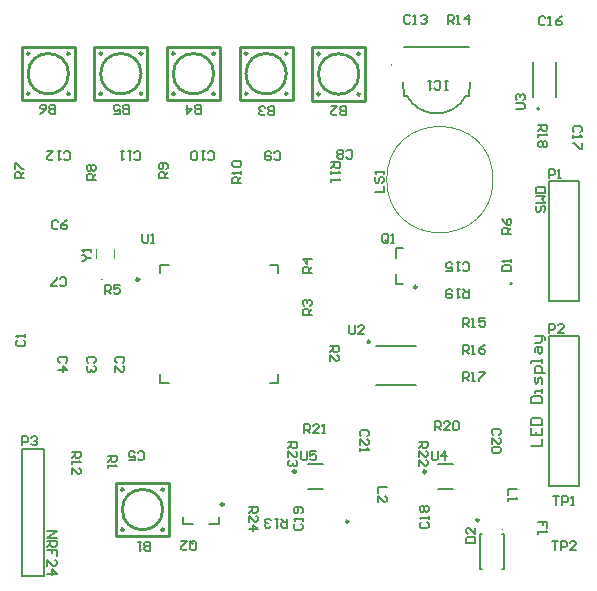
<source format=gto>
G04*
G04 #@! TF.GenerationSoftware,Altium Limited,Altium Designer,22.8.2 (66)*
G04*
G04 Layer_Color=65535*
%FSLAX25Y25*%
%MOIN*%
G70*
G04*
G04 #@! TF.SameCoordinates,353F7BBD-D662-4BEA-BAB2-8ECF1C4A7E15*
G04*
G04*
G04 #@! TF.FilePolarity,Positive*
G04*
G01*
G75*
%ADD10C,0.01000*%
%ADD11C,0.00394*%
%ADD12C,0.00600*%
%ADD13C,0.00787*%
%ADD14C,0.00984*%
%ADD15C,0.00709*%
%ADD16C,0.00500*%
D10*
X440339Y305374D02*
G03*
X440339Y305374I-394J0D01*
G01*
X358201Y242807D02*
G03*
X358201Y242807I-394J0D01*
G01*
X371587D02*
G03*
X371587Y242807I-394J0D01*
G01*
Y256193D02*
G03*
X371587Y256193I-394J0D01*
G01*
X358201D02*
G03*
X358201Y256193I-394J0D01*
G01*
X371239Y249500D02*
G03*
X371239Y249500I-6739J0D01*
G01*
X436645Y394705D02*
G03*
X436645Y394705I-6739J0D01*
G01*
X436992Y388012D02*
G03*
X436992Y388012I-394J0D01*
G01*
X423606D02*
G03*
X423606Y388012I-394J0D01*
G01*
Y401398D02*
G03*
X423606Y401398I-394J0D01*
G01*
X436992D02*
G03*
X436992Y401398I-394J0D01*
G01*
X412789Y401488D02*
G03*
X412789Y401488I-394J0D01*
G01*
X399404D02*
G03*
X399404Y401488I-394J0D01*
G01*
Y388102D02*
G03*
X399404Y388102I-394J0D01*
G01*
X412789D02*
G03*
X412789Y388102I-394J0D01*
G01*
X412442Y394795D02*
G03*
X412442Y394795I-6739J0D01*
G01*
X388239D02*
G03*
X388239Y394795I-6739J0D01*
G01*
X388587Y388102D02*
G03*
X388587Y388102I-394J0D01*
G01*
X375201D02*
G03*
X375201Y388102I-394J0D01*
G01*
Y401488D02*
G03*
X375201Y401488I-394J0D01*
G01*
X388587D02*
G03*
X388587Y401488I-394J0D01*
G01*
X364384D02*
G03*
X364384Y401488I-394J0D01*
G01*
X350998D02*
G03*
X350998Y401488I-394J0D01*
G01*
Y388102D02*
G03*
X350998Y388102I-394J0D01*
G01*
X364384D02*
G03*
X364384Y388102I-394J0D01*
G01*
X364036Y394795D02*
G03*
X364036Y394795I-6739J0D01*
G01*
X339834D02*
G03*
X339834Y394795I-6739J0D01*
G01*
X340181Y388102D02*
G03*
X340181Y388102I-394J0D01*
G01*
X326795D02*
G03*
X326795Y388102I-394J0D01*
G01*
Y401488D02*
G03*
X326795Y401488I-394J0D01*
G01*
X340181D02*
G03*
X340181Y401488I-394J0D01*
G01*
X487400Y324847D02*
G03*
X487400Y324847I-200J0D01*
G01*
X476563Y246008D02*
G03*
X476563Y246008I-394J0D01*
G01*
X433150Y245508D02*
G03*
X433150Y245508I-394J0D01*
G01*
X355642Y258358D02*
X373358D01*
X355642Y240642D02*
X373358D01*
Y258358D01*
X355642Y240642D02*
Y258358D01*
X421047Y385846D02*
X438764D01*
X421047Y403563D02*
X438764D01*
X421047Y385846D02*
Y403563D01*
X438764Y385846D02*
Y403563D01*
X396845Y385937D02*
X414561D01*
X396845Y403653D02*
X414561D01*
X396845Y385937D02*
Y403653D01*
X414561Y385937D02*
Y403653D01*
X372642Y385937D02*
X390358D01*
X372642Y403653D02*
X390358D01*
X372642Y385937D02*
Y403653D01*
X390358Y385937D02*
Y403653D01*
X348439Y385937D02*
X366156D01*
X348439Y403653D02*
X366156D01*
X348439Y385937D02*
Y403653D01*
X366156Y385937D02*
Y403653D01*
X324236Y385937D02*
X341953D01*
X324236Y403653D02*
X341953D01*
X324236Y385937D02*
Y403653D01*
X341953Y385937D02*
Y403653D01*
D11*
X484543Y242783D02*
G03*
X484543Y242783I-197J0D01*
G01*
X350819Y326260D02*
G03*
X351213Y326260I197J0D01*
G01*
D02*
G03*
X350819Y326260I-197J0D01*
G01*
X445909Y359500D02*
G03*
X481343Y359500I17717J0D01*
G01*
D02*
G03*
X445909Y359500I-17717J0D01*
G01*
X354953Y333347D02*
Y336496D01*
X349047Y333347D02*
Y336496D01*
D12*
X496900Y383144D02*
G03*
X496900Y383144I-400J0D01*
G01*
X442400Y290900D02*
X455600D01*
X442400Y304100D02*
X455600D01*
X494619Y387187D02*
Y398787D01*
X502319Y387187D02*
Y398787D01*
D13*
X452651Y387473D02*
G03*
X472340Y387456I9849J5237D01*
G01*
X447492Y397650D02*
G03*
X447492Y397650I-114J0D01*
G01*
X477063Y229791D02*
X477654D01*
X477063Y241209D02*
X477654D01*
X484346Y229791D02*
X484937D01*
X484346Y241209D02*
X484937D01*
X477063Y229791D02*
Y241209D01*
X484937Y229791D02*
Y241209D01*
X451673Y403602D02*
X473327D01*
X451673Y387461D02*
X452658D01*
X472342D02*
X473327D01*
X451181Y391988D02*
X451673Y387461D01*
X473327D02*
X473819Y391988D01*
X500000Y359000D02*
X510000D01*
Y319000D02*
Y359000D01*
X500000Y319000D02*
Y359000D01*
Y319000D02*
X510000D01*
X370453Y328284D02*
Y331138D01*
Y291768D02*
Y294622D01*
X406968Y291768D02*
X409823D01*
X370453D02*
X373307D01*
X409823Y328284D02*
Y331138D01*
Y291768D02*
Y294622D01*
X406968Y331138D02*
X409823D01*
X370453D02*
X373307D01*
X324457Y227457D02*
Y269543D01*
Y227457D02*
X331543D01*
Y269543D01*
X324457D02*
X331543D01*
X500000Y307500D02*
X510000D01*
Y257500D02*
Y307500D01*
X500000Y257500D02*
Y307500D01*
Y257500D02*
X510000D01*
X389906Y244744D02*
Y247106D01*
X386756Y244744D02*
X389906D01*
X378095D02*
Y247106D01*
Y244744D02*
X381244D01*
X419527Y256366D02*
X424646D01*
X419527Y264634D02*
X424646D01*
X462941D02*
X468059D01*
X462941Y256366D02*
X468059D01*
X449004Y333516D02*
Y336665D01*
X451366D01*
X449004Y324854D02*
Y328004D01*
Y324854D02*
X451366D01*
D14*
X363366Y326217D02*
G03*
X363366Y326217I-492J0D01*
G01*
X391579Y251240D02*
G03*
X391579Y251240I-492J0D01*
G01*
X415590Y262173D02*
G03*
X415590Y262173I-492J0D01*
G01*
X459004D02*
G03*
X459004Y262173I-492J0D01*
G01*
X455992Y323673D02*
G03*
X455992Y323673I-492J0D01*
G01*
D15*
X332709Y242291D02*
X335857D01*
X332709Y240192D01*
X335857D01*
X332709Y239143D02*
X335857D01*
Y237568D01*
X335332Y237044D01*
X334283D01*
X333758Y237568D01*
Y239143D01*
Y238093D02*
X332709Y237044D01*
X335857Y233895D02*
Y235994D01*
X334283D01*
Y234945D01*
Y235994D01*
X332709D01*
Y230747D02*
Y232846D01*
X334808Y230747D01*
X335332D01*
X335857Y231271D01*
Y232321D01*
X335332Y232846D01*
X332709Y228123D02*
X335857D01*
X334283Y229697D01*
Y227598D01*
X494068Y270709D02*
X497611D01*
Y273070D01*
X494068Y276612D02*
Y274251D01*
X497611D01*
Y276612D01*
X495840Y274251D02*
Y275431D01*
X494068Y277793D02*
X497611D01*
Y279564D01*
X497020Y280154D01*
X494659D01*
X494068Y279564D01*
Y277793D01*
Y284877D02*
X497611D01*
Y286648D01*
X497020Y287239D01*
X494659D01*
X494068Y286648D01*
Y284877D01*
X497611Y288420D02*
Y289600D01*
Y289010D01*
X495249D01*
Y288420D01*
X497611Y291371D02*
Y293142D01*
X497020Y293733D01*
X496430Y293142D01*
Y291962D01*
X495840Y291371D01*
X495249Y291962D01*
Y293733D01*
X498791Y294913D02*
X495249D01*
Y296685D01*
X495840Y297275D01*
X497020D01*
X497611Y296685D01*
Y294913D01*
Y298456D02*
Y299636D01*
Y299046D01*
X494068D01*
Y298456D01*
X495249Y301998D02*
Y303179D01*
X495840Y303769D01*
X497611D01*
Y301998D01*
X497020Y301407D01*
X496430Y301998D01*
Y303769D01*
X495249Y304949D02*
X497020D01*
X497611Y305540D01*
Y307311D01*
X498201D01*
X498791Y306721D01*
Y306130D01*
X497611Y307311D02*
X495249D01*
X496168Y350808D02*
X495643Y350283D01*
Y349233D01*
X496168Y348709D01*
X496692D01*
X497217Y349233D01*
Y350283D01*
X497742Y350808D01*
X498267D01*
X498791Y350283D01*
Y349233D01*
X498267Y348709D01*
X495643Y351857D02*
X498791D01*
X497742Y352907D01*
X498791Y353956D01*
X495643D01*
Y355006D02*
X498791D01*
Y356580D01*
X498267Y357105D01*
X496168D01*
X495643Y356580D01*
Y355006D01*
D16*
X380500Y238500D02*
Y236500D01*
X381000Y236000D01*
X381999D01*
X382499Y236500D01*
Y238500D01*
X381999Y239000D01*
X381000D01*
X381500Y238000D02*
X380500Y239000D01*
X381000D02*
X380500Y238500D01*
X377501Y239000D02*
X379500D01*
X377501Y237000D01*
Y236500D01*
X378001Y236000D01*
X379000D01*
X379500Y236500D01*
X344500Y332501D02*
X345000D01*
X346000Y333500D01*
X345000Y334500D01*
X344500D01*
X346000Y333500D02*
X347499D01*
Y335500D02*
Y336499D01*
Y335999D01*
X344500D01*
X345000Y335500D01*
X417501Y269000D02*
Y266500D01*
X418001Y266001D01*
X419000D01*
X419500Y266500D01*
Y269000D01*
X422499D02*
X420500D01*
Y267500D01*
X421499Y268000D01*
X421999D01*
X422499Y267500D01*
Y266500D01*
X421999Y266001D01*
X421000D01*
X420500Y266500D01*
X461001Y269000D02*
Y266500D01*
X461501Y266001D01*
X462500D01*
X463000Y266500D01*
Y269000D01*
X465499Y266001D02*
Y269000D01*
X464000Y267500D01*
X465999D01*
X489001Y383001D02*
X491500D01*
X491999Y383501D01*
Y384500D01*
X491500Y385000D01*
X489001D01*
X489500Y386000D02*
X489001Y386500D01*
Y387499D01*
X489500Y387999D01*
X490000D01*
X490500Y387499D01*
Y387000D01*
Y387499D01*
X491000Y387999D01*
X491500D01*
X491999Y387499D01*
Y386500D01*
X491500Y386000D01*
X433501Y310999D02*
Y308500D01*
X434001Y308000D01*
X435000D01*
X435500Y308500D01*
Y310999D01*
X438499Y308000D02*
X436500D01*
X438499Y310000D01*
Y310500D01*
X437999Y310999D01*
X437000D01*
X436500Y310500D01*
X364501Y341499D02*
Y339000D01*
X365001Y338500D01*
X366000D01*
X366500Y339000D01*
Y341499D01*
X367500Y338500D02*
X368499D01*
X368000D01*
Y341499D01*
X367500Y341000D01*
X501001Y239000D02*
X503001D01*
X502001D01*
Y236000D01*
X504000D02*
Y239000D01*
X505500D01*
X506000Y238500D01*
Y237500D01*
X505500Y237000D01*
X504000D01*
X508999Y236000D02*
X506999D01*
X508999Y238000D01*
Y238500D01*
X508499Y239000D01*
X507499D01*
X506999Y238500D01*
X501501Y253999D02*
X503501D01*
X502501D01*
Y251000D01*
X504500D02*
Y253999D01*
X506000D01*
X506499Y253500D01*
Y252500D01*
X506000Y252000D01*
X504500D01*
X507499Y251000D02*
X508499D01*
X507999D01*
Y253999D01*
X507499Y253500D01*
X400000Y250499D02*
X402999D01*
Y248999D01*
X402500Y248499D01*
X401500D01*
X401000Y248999D01*
Y250499D01*
Y249499D02*
X400000Y248499D01*
Y245500D02*
Y247500D01*
X402000Y245500D01*
X402500D01*
X402999Y246000D01*
Y247000D01*
X402500Y247500D01*
X400000Y243001D02*
X402999D01*
X401500Y244501D01*
Y242501D01*
X413087Y271952D02*
X416086D01*
Y270452D01*
X415586Y269952D01*
X414587D01*
X414087Y270452D01*
Y271952D01*
Y270952D02*
X413087Y269952D01*
Y266953D02*
Y268952D01*
X415086Y266953D01*
X415586D01*
X416086Y267453D01*
Y268453D01*
X415586Y268952D01*
Y265953D02*
X416086Y265454D01*
Y264454D01*
X415586Y263954D01*
X415086D01*
X414587Y264454D01*
Y264954D01*
Y264454D01*
X414087Y263954D01*
X413587D01*
X413087Y264454D01*
Y265454D01*
X413587Y265953D01*
X456644Y272073D02*
X459643D01*
Y270574D01*
X459143Y270074D01*
X458144D01*
X457644Y270574D01*
Y272073D01*
Y271074D02*
X456644Y270074D01*
Y267075D02*
Y269074D01*
X458643Y267075D01*
X459143D01*
X459643Y267575D01*
Y268574D01*
X459143Y269074D01*
X456644Y264076D02*
Y266075D01*
X458643Y264076D01*
X459143D01*
X459643Y264576D01*
Y265575D01*
X459143Y266075D01*
X418501Y275001D02*
Y277999D01*
X420001D01*
X420501Y277500D01*
Y276500D01*
X420001Y276000D01*
X418501D01*
X419501D02*
X420501Y275001D01*
X423499D02*
X421500D01*
X423499Y277000D01*
Y277500D01*
X423000Y277999D01*
X422000D01*
X421500Y277500D01*
X424499Y275001D02*
X425499D01*
X424999D01*
Y277999D01*
X424499Y277500D01*
X462001Y276000D02*
Y278999D01*
X463501D01*
X464001Y278500D01*
Y277500D01*
X463501Y277000D01*
X462001D01*
X463001D02*
X464001Y276000D01*
X467000D02*
X465000D01*
X467000Y278000D01*
Y278500D01*
X466500Y278999D01*
X465500D01*
X465000Y278500D01*
X467999D02*
X468499Y278999D01*
X469499D01*
X469999Y278500D01*
Y276500D01*
X469499Y276000D01*
X468499D01*
X467999Y276500D01*
Y278500D01*
X473249Y323000D02*
Y320001D01*
X471749D01*
X471249Y320500D01*
Y321500D01*
X471749Y322000D01*
X473249D01*
X472249D02*
X471249Y323000D01*
X470250D02*
X469250D01*
X469750D01*
Y320001D01*
X470250Y320500D01*
X467751Y322500D02*
X467251Y323000D01*
X466251D01*
X465751Y322500D01*
Y320500D01*
X466251Y320001D01*
X467251D01*
X467751Y320500D01*
Y321000D01*
X467251Y321500D01*
X465751D01*
X496500Y377749D02*
X499500D01*
Y376249D01*
X499000Y375749D01*
X498000D01*
X497500Y376249D01*
Y377749D01*
Y376749D02*
X496500Y375749D01*
Y374750D02*
Y373750D01*
Y374250D01*
X499500D01*
X499000Y374750D01*
Y372251D02*
X499500Y371751D01*
Y370751D01*
X499000Y370251D01*
X498500D01*
X498000Y370751D01*
X497500Y370251D01*
X497000D01*
X496500Y370751D01*
Y371751D01*
X497000Y372251D01*
X497500D01*
X498000Y371751D01*
X498500Y372251D01*
X499000D01*
X498000Y371751D02*
Y370751D01*
X471251Y292500D02*
Y295499D01*
X472751D01*
X473251Y295000D01*
Y294000D01*
X472751Y293500D01*
X471251D01*
X472251D02*
X473251Y292500D01*
X474250D02*
X475250D01*
X474750D01*
Y295499D01*
X474250Y295000D01*
X476749Y295499D02*
X478749D01*
Y295000D01*
X476749Y293000D01*
Y292500D01*
X471251Y301501D02*
Y304500D01*
X472751D01*
X473251Y304000D01*
Y303000D01*
X472751Y302500D01*
X471251D01*
X472251D02*
X473251Y301501D01*
X474250D02*
X475250D01*
X474750D01*
Y304500D01*
X474250Y304000D01*
X478749Y304500D02*
X477749Y304000D01*
X476749Y303000D01*
Y302000D01*
X477249Y301501D01*
X478249D01*
X478749Y302000D01*
Y302500D01*
X478249Y303000D01*
X476749D01*
X471251Y310501D02*
Y313499D01*
X472751D01*
X473251Y313000D01*
Y312000D01*
X472751Y311500D01*
X471251D01*
X472251D02*
X473251Y310501D01*
X474250D02*
X475250D01*
X474750D01*
Y313499D01*
X474250Y313000D01*
X478749Y313499D02*
X476749D01*
Y312000D01*
X477749Y312500D01*
X478249D01*
X478749Y312000D01*
Y311000D01*
X478249Y310501D01*
X477249D01*
X476749Y311000D01*
X466251Y411501D02*
Y414500D01*
X467751D01*
X468251Y414000D01*
Y413000D01*
X467751Y412500D01*
X466251D01*
X467251D02*
X468251Y411501D01*
X469250D02*
X470250D01*
X469750D01*
Y414500D01*
X469250Y414000D01*
X473249Y411501D02*
Y414500D01*
X471749Y413000D01*
X473749D01*
X412749Y246499D02*
Y243500D01*
X411249D01*
X410749Y244000D01*
Y245000D01*
X411249Y245500D01*
X412749D01*
X411749D02*
X410749Y246499D01*
X409750D02*
X408750D01*
X409250D01*
Y243500D01*
X409750Y244000D01*
X407251D02*
X406751Y243500D01*
X405751D01*
X405251Y244000D01*
Y244500D01*
X405751Y245000D01*
X406251D01*
X405751D01*
X405251Y245500D01*
Y246000D01*
X405751Y246499D01*
X406751D01*
X407251Y246000D01*
X341001Y268749D02*
X344000D01*
Y267249D01*
X343500Y266749D01*
X342500D01*
X342000Y267249D01*
Y268749D01*
Y267749D02*
X341001Y266749D01*
Y265750D02*
Y264750D01*
Y265250D01*
X344000D01*
X343500Y265750D01*
X341001Y261251D02*
Y263251D01*
X343000Y261251D01*
X343500D01*
X344000Y261751D01*
Y262751D01*
X343500Y263251D01*
X427500Y365249D02*
X430500D01*
Y363749D01*
X430000Y363250D01*
X429000D01*
X428500Y363749D01*
Y365249D01*
Y364249D02*
X427500Y363250D01*
Y362250D02*
Y361250D01*
Y361750D01*
X430500D01*
X430000Y362250D01*
X427500Y359751D02*
Y358751D01*
Y359251D01*
X430500D01*
X430000Y359751D01*
X397499Y358251D02*
X394500D01*
Y359751D01*
X395000Y360251D01*
X396000D01*
X396500Y359751D01*
Y358251D01*
Y359251D02*
X397499Y360251D01*
Y361250D02*
Y362250D01*
Y361750D01*
X394500D01*
X395000Y361250D01*
Y363749D02*
X394500Y364249D01*
Y365249D01*
X395000Y365749D01*
X397000D01*
X397499Y365249D01*
Y364249D01*
X397000Y363749D01*
X395000D01*
X373000Y360001D02*
X370001D01*
Y361500D01*
X370500Y362000D01*
X371500D01*
X372000Y361500D01*
Y360001D01*
Y361000D02*
X373000Y362000D01*
X372500Y363000D02*
X373000Y363500D01*
Y364499D01*
X372500Y364999D01*
X370500D01*
X370001Y364499D01*
Y363500D01*
X370500Y363000D01*
X371000D01*
X371500Y363500D01*
Y364999D01*
X349000Y359501D02*
X346001D01*
Y361000D01*
X346500Y361500D01*
X347500D01*
X348000Y361000D01*
Y359501D01*
Y360501D02*
X349000Y361500D01*
X346500Y362500D02*
X346001Y363000D01*
Y363999D01*
X346500Y364499D01*
X347000D01*
X347500Y363999D01*
X348000Y364499D01*
X348500D01*
X349000Y363999D01*
Y363000D01*
X348500Y362500D01*
X348000D01*
X347500Y363000D01*
X347000Y362500D01*
X346500D01*
X347500Y363000D02*
Y363999D01*
X324999Y360001D02*
X322001D01*
Y361500D01*
X322500Y362000D01*
X323500D01*
X324000Y361500D01*
Y360001D01*
Y361000D02*
X324999Y362000D01*
X322001Y363000D02*
Y364999D01*
X322500D01*
X324500Y363000D01*
X324999D01*
X487500Y341501D02*
X484501D01*
Y343000D01*
X485000Y343500D01*
X486000D01*
X486500Y343000D01*
Y341501D01*
Y342500D02*
X487500Y343500D01*
X484501Y346499D02*
X485000Y345499D01*
X486000Y344500D01*
X487000D01*
X487500Y345000D01*
Y345999D01*
X487000Y346499D01*
X486500D01*
X486000Y345999D01*
Y344500D01*
X352001Y321500D02*
Y324500D01*
X353500D01*
X354000Y324000D01*
Y323000D01*
X353500Y322500D01*
X352001D01*
X353000D02*
X354000Y321500D01*
X356999Y324500D02*
X355000D01*
Y323000D01*
X355999Y323500D01*
X356499D01*
X356999Y323000D01*
Y322000D01*
X356499Y321500D01*
X355500D01*
X355000Y322000D01*
X420999Y328501D02*
X418001D01*
Y330000D01*
X418500Y330500D01*
X419500D01*
X420000Y330000D01*
Y328501D01*
Y329501D02*
X420999Y330500D01*
Y332999D02*
X418001D01*
X419500Y331500D01*
Y333499D01*
X420999Y314501D02*
X418001D01*
Y316000D01*
X418500Y316500D01*
X419500D01*
X420000Y316000D01*
Y314501D01*
Y315500D02*
X420999Y316500D01*
X418500Y317500D02*
X418001Y318000D01*
Y318999D01*
X418500Y319499D01*
X419000D01*
X419500Y318999D01*
Y318499D01*
Y318999D01*
X420000Y319499D01*
X420500D01*
X420999Y318999D01*
Y318000D01*
X420500Y317500D01*
X427001Y303999D02*
X429999D01*
Y302500D01*
X429500Y302000D01*
X428500D01*
X428000Y302500D01*
Y303999D01*
Y302999D02*
X427001Y302000D01*
Y299001D02*
Y301000D01*
X429000Y299001D01*
X429500D01*
X429999Y299501D01*
Y300500D01*
X429500Y301000D01*
X353000Y267499D02*
X355999D01*
Y266000D01*
X355500Y265500D01*
X354500D01*
X354000Y266000D01*
Y267499D01*
Y266500D02*
X353000Y265500D01*
Y264500D02*
Y263501D01*
Y264001D01*
X355999D01*
X355500Y264500D01*
X446500Y339000D02*
Y341000D01*
X446000Y341499D01*
X445001D01*
X444501Y341000D01*
Y339000D01*
X445001Y338500D01*
X446000D01*
X445500Y339500D02*
X446500Y338500D01*
X446000D02*
X446500Y339000D01*
X447500Y338500D02*
X448499D01*
X447999D01*
Y341499D01*
X447500Y341000D01*
X324501Y271001D02*
Y274000D01*
X326000D01*
X326500Y273500D01*
Y272500D01*
X326000Y272000D01*
X324501D01*
X327500Y273500D02*
X328000Y274000D01*
X328999D01*
X329499Y273500D01*
Y273000D01*
X328999Y272500D01*
X328500D01*
X328999D01*
X329499Y272000D01*
Y271500D01*
X328999Y271001D01*
X328000D01*
X327500Y271500D01*
X500001Y308501D02*
Y311500D01*
X501500D01*
X502000Y311000D01*
Y310000D01*
X501500Y309500D01*
X500001D01*
X504999Y308501D02*
X503000D01*
X504999Y310500D01*
Y311000D01*
X504499Y311500D01*
X503500D01*
X503000Y311000D01*
X500001Y360000D02*
Y363000D01*
X501500D01*
X502000Y362500D01*
Y361500D01*
X501500Y361000D01*
X500001D01*
X503000Y360000D02*
X503999D01*
X503500D01*
Y363000D01*
X503000Y362500D01*
X442000Y355501D02*
X445000D01*
Y357501D01*
X442500Y360500D02*
X442000Y360000D01*
Y359000D01*
X442500Y358500D01*
X443000D01*
X443500Y359000D01*
Y360000D01*
X444000Y360500D01*
X444500D01*
X445000Y360000D01*
Y359000D01*
X444500Y358500D01*
X445000Y361499D02*
Y362499D01*
Y361999D01*
X442000D01*
X442500Y361499D01*
X445999Y256999D02*
X443001D01*
Y255000D01*
Y252001D02*
Y254000D01*
X445000Y252001D01*
X445500D01*
X445999Y252501D01*
Y253500D01*
X445500Y254000D01*
X489500Y256499D02*
X486501D01*
Y254500D01*
Y253500D02*
Y252501D01*
Y253000D01*
X489500D01*
X489000Y253500D01*
X466249Y389500D02*
X465249D01*
X465749D01*
Y392499D01*
X466249D01*
X465249D01*
X461750Y390000D02*
X462250Y389500D01*
X463250D01*
X463750Y390000D01*
Y392000D01*
X463250Y392499D01*
X462250D01*
X461750Y392000D01*
X460751Y392499D02*
X459751D01*
X460251D01*
Y389500D01*
X460751Y390000D01*
X499500Y243500D02*
Y245499D01*
X498000D01*
Y244500D01*
Y245499D01*
X496500D01*
Y242500D02*
Y241501D01*
Y242001D01*
X499500D01*
X499000Y242500D01*
X472501Y238501D02*
X475499D01*
Y240000D01*
X475000Y240500D01*
X473000D01*
X472501Y240000D01*
Y238501D01*
X475499Y243499D02*
Y241500D01*
X473500Y243499D01*
X473000D01*
X472501Y242999D01*
Y242000D01*
X473000Y241500D01*
X484501Y329001D02*
X487500D01*
Y330500D01*
X487000Y331000D01*
X485000D01*
X484501Y330500D01*
Y329001D01*
X487500Y332000D02*
Y332999D01*
Y332500D01*
X484501D01*
X485000Y332000D01*
X439500Y274000D02*
X439999Y274499D01*
Y275499D01*
X439500Y275999D01*
X437500D01*
X437001Y275499D01*
Y274499D01*
X437500Y274000D01*
X437001Y271001D02*
Y273000D01*
X439000Y271001D01*
X439500D01*
X439999Y271500D01*
Y272500D01*
X439500Y273000D01*
X437001Y270001D02*
Y269001D01*
Y269501D01*
X439999D01*
X439500Y270001D01*
X483500Y274499D02*
X483999Y274999D01*
Y275999D01*
X483500Y276499D01*
X481500D01*
X481001Y275999D01*
Y274999D01*
X481500Y274499D01*
X481001Y271500D02*
Y273500D01*
X483000Y271500D01*
X483500D01*
X483999Y272000D01*
Y273000D01*
X483500Y273500D01*
Y270501D02*
X483999Y270001D01*
Y269001D01*
X483500Y268501D01*
X481500D01*
X481001Y269001D01*
Y270001D01*
X481500Y270501D01*
X483500D01*
X415500Y244751D02*
X415000Y244251D01*
Y243251D01*
X415500Y242751D01*
X417500D01*
X418000Y243251D01*
Y244251D01*
X417500Y244751D01*
X418000Y245750D02*
Y246750D01*
Y246250D01*
X415000D01*
X415500Y245750D01*
X417500Y248249D02*
X418000Y248749D01*
Y249749D01*
X417500Y250249D01*
X415500D01*
X415000Y249749D01*
Y248749D01*
X415500Y248249D01*
X416000D01*
X416500Y248749D01*
Y250249D01*
X457500Y245251D02*
X457000Y244751D01*
Y243751D01*
X457500Y243251D01*
X459500D01*
X460000Y243751D01*
Y244751D01*
X459500Y245251D01*
X460000Y246250D02*
Y247250D01*
Y246750D01*
X457000D01*
X457500Y246250D01*
Y248749D02*
X457000Y249249D01*
Y250249D01*
X457500Y250749D01*
X458000D01*
X458500Y250249D01*
X459000Y250749D01*
X459500D01*
X460000Y250249D01*
Y249249D01*
X459500Y248749D01*
X459000D01*
X458500Y249249D01*
X458000Y248749D01*
X457500D01*
X458500Y249249D02*
Y250249D01*
X510500Y375249D02*
X510999Y375749D01*
Y376749D01*
X510500Y377249D01*
X508500D01*
X508001Y376749D01*
Y375749D01*
X508500Y375249D01*
X508001Y374250D02*
Y373250D01*
Y373750D01*
X510999D01*
X510500Y374250D01*
X510999Y371751D02*
Y369751D01*
X510500D01*
X508500Y371751D01*
X508001D01*
X498751Y413500D02*
X498251Y414000D01*
X497251D01*
X496751Y413500D01*
Y411500D01*
X497251Y411000D01*
X498251D01*
X498751Y411500D01*
X499750Y411000D02*
X500750D01*
X500250D01*
Y414000D01*
X499750Y413500D01*
X504249Y414000D02*
X503249Y413500D01*
X502249Y412500D01*
Y411500D01*
X502749Y411000D01*
X503749D01*
X504249Y411500D01*
Y412000D01*
X503749Y412500D01*
X502249D01*
X471249Y329500D02*
X471749Y329000D01*
X472749D01*
X473249Y329500D01*
Y331500D01*
X472749Y331999D01*
X471749D01*
X471249Y331500D01*
X470250Y331999D02*
X469250D01*
X469750D01*
Y329000D01*
X470250Y329500D01*
X465751Y329000D02*
X467751D01*
Y330500D01*
X466751Y330000D01*
X466251D01*
X465751Y330500D01*
Y331500D01*
X466251Y331999D01*
X467251D01*
X467751Y331500D01*
X453751Y414000D02*
X453251Y414500D01*
X452251D01*
X451751Y414000D01*
Y412000D01*
X452251Y411501D01*
X453251D01*
X453751Y412000D01*
X454750Y411501D02*
X455750D01*
X455250D01*
Y414500D01*
X454750Y414000D01*
X457249D02*
X457749Y414500D01*
X458749D01*
X459249Y414000D01*
Y413500D01*
X458749Y413000D01*
X458249D01*
X458749D01*
X459249Y412500D01*
Y412000D01*
X458749Y411501D01*
X457749D01*
X457249Y412000D01*
X338249Y366500D02*
X338749Y366001D01*
X339749D01*
X340249Y366500D01*
Y368500D01*
X339749Y369000D01*
X338749D01*
X338249Y368500D01*
X337250Y369000D02*
X336250D01*
X336750D01*
Y366001D01*
X337250Y366500D01*
X332751Y369000D02*
X334751D01*
X332751Y367000D01*
Y366500D01*
X333251Y366001D01*
X334251D01*
X334751Y366500D01*
X361750D02*
X362249Y366001D01*
X363249D01*
X363749Y366500D01*
Y368500D01*
X363249Y369000D01*
X362249D01*
X361750Y368500D01*
X360750Y369000D02*
X359750D01*
X360250D01*
Y366001D01*
X360750Y366500D01*
X358251Y369000D02*
X357251D01*
X357751D01*
Y366001D01*
X358251Y366500D01*
X386249D02*
X386749Y366001D01*
X387749D01*
X388249Y366500D01*
Y368500D01*
X387749Y369000D01*
X386749D01*
X386249Y368500D01*
X385250Y369000D02*
X384250D01*
X384750D01*
Y366001D01*
X385250Y366500D01*
X382751D02*
X382251Y366001D01*
X381251D01*
X380751Y366500D01*
Y368500D01*
X381251Y369000D01*
X382251D01*
X382751Y368500D01*
Y366500D01*
X408500D02*
X409000Y366001D01*
X409999D01*
X410499Y366500D01*
Y368500D01*
X409999Y369000D01*
X409000D01*
X408500Y368500D01*
X407500D02*
X407000Y369000D01*
X406001D01*
X405501Y368500D01*
Y366500D01*
X406001Y366001D01*
X407000D01*
X407500Y366500D01*
Y367000D01*
X407000Y367500D01*
X405501D01*
X432500Y367000D02*
X433000Y366500D01*
X433999D01*
X434499Y367000D01*
Y369000D01*
X433999Y369499D01*
X433000D01*
X432500Y369000D01*
X431500Y367000D02*
X431000Y366500D01*
X430001D01*
X429501Y367000D01*
Y367500D01*
X430001Y368000D01*
X429501Y368500D01*
Y369000D01*
X430001Y369499D01*
X431000D01*
X431500Y369000D01*
Y368500D01*
X431000Y368000D01*
X431500Y367500D01*
Y367000D01*
X431000Y368000D02*
X430001D01*
X337000Y324500D02*
X337500Y324001D01*
X338499D01*
X338999Y324500D01*
Y326500D01*
X338499Y326999D01*
X337500D01*
X337000Y326500D01*
X336000Y324001D02*
X334001D01*
Y324500D01*
X336000Y326500D01*
Y326999D01*
X336500Y345500D02*
X336000Y346000D01*
X335001D01*
X334501Y345500D01*
Y343500D01*
X335001Y343001D01*
X336000D01*
X336500Y343500D01*
X339499Y346000D02*
X338499Y345500D01*
X337500Y344500D01*
Y343500D01*
X338000Y343001D01*
X338999D01*
X339499Y343500D01*
Y344000D01*
X338999Y344500D01*
X337500D01*
X363000Y266500D02*
X363500Y266001D01*
X364499D01*
X364999Y266500D01*
Y268500D01*
X364499Y269000D01*
X363500D01*
X363000Y268500D01*
X360001Y266001D02*
X362000D01*
Y267500D01*
X361000Y267000D01*
X360501D01*
X360001Y267500D01*
Y268500D01*
X360501Y269000D01*
X361500D01*
X362000Y268500D01*
X339000Y298500D02*
X339499Y299000D01*
Y299999D01*
X339000Y300499D01*
X337000D01*
X336501Y299999D01*
Y299000D01*
X337000Y298500D01*
X336501Y296001D02*
X339499D01*
X338000Y297500D01*
Y295501D01*
X348500Y298500D02*
X349000Y299000D01*
Y299999D01*
X348500Y300499D01*
X346500D01*
X346001Y299999D01*
Y299000D01*
X346500Y298500D01*
X348500Y297500D02*
X349000Y297000D01*
Y296001D01*
X348500Y295501D01*
X348000D01*
X347500Y296001D01*
Y296500D01*
Y296001D01*
X347000Y295501D01*
X346500D01*
X346001Y296001D01*
Y297000D01*
X346500Y297500D01*
X358000Y298500D02*
X358500Y299000D01*
Y299999D01*
X358000Y300499D01*
X356000D01*
X355501Y299999D01*
Y299000D01*
X356000Y298500D01*
X355501Y295501D02*
Y297500D01*
X357500Y295501D01*
X358000D01*
X358500Y296001D01*
Y297000D01*
X358000Y297500D01*
X323000Y306000D02*
X322500Y305500D01*
Y304501D01*
X323000Y304001D01*
X325000D01*
X325500Y304501D01*
Y305500D01*
X325000Y306000D01*
X325500Y307000D02*
Y307999D01*
Y307500D01*
X322500D01*
X323000Y307000D01*
X335499Y381501D02*
Y384500D01*
X334000D01*
X333500Y384000D01*
Y383500D01*
X334000Y383000D01*
X335499D01*
X334000D01*
X333500Y382500D01*
Y382000D01*
X334000Y381501D01*
X335499D01*
X330501D02*
X331501Y382000D01*
X332500Y383000D01*
Y384000D01*
X332000Y384500D01*
X331001D01*
X330501Y384000D01*
Y383500D01*
X331001Y383000D01*
X332500D01*
X359999Y381501D02*
Y384500D01*
X358500D01*
X358000Y384000D01*
Y383500D01*
X358500Y383000D01*
X359999D01*
X358500D01*
X358000Y382500D01*
Y382000D01*
X358500Y381501D01*
X359999D01*
X355001D02*
X357000D01*
Y383000D01*
X356000Y382500D01*
X355501D01*
X355001Y383000D01*
Y384000D01*
X355501Y384500D01*
X356500D01*
X357000Y384000D01*
X383999Y381501D02*
Y384500D01*
X382500D01*
X382000Y384000D01*
Y383500D01*
X382500Y383000D01*
X383999D01*
X382500D01*
X382000Y382500D01*
Y382000D01*
X382500Y381501D01*
X383999D01*
X379501Y384500D02*
Y381501D01*
X381000Y383000D01*
X379001D01*
X408499Y381000D02*
Y383999D01*
X407000D01*
X406500Y383500D01*
Y383000D01*
X407000Y382500D01*
X408499D01*
X407000D01*
X406500Y382000D01*
Y381500D01*
X407000Y381000D01*
X408499D01*
X405500Y381500D02*
X405000Y381000D01*
X404001D01*
X403501Y381500D01*
Y382000D01*
X404001Y382500D01*
X404500D01*
X404001D01*
X403501Y383000D01*
Y383500D01*
X404001Y383999D01*
X405000D01*
X405500Y383500D01*
X432499Y381000D02*
Y383999D01*
X431000D01*
X430500Y383500D01*
Y383000D01*
X431000Y382500D01*
X432499D01*
X431000D01*
X430500Y382000D01*
Y381500D01*
X431000Y381000D01*
X432499D01*
X427501Y383999D02*
X429500D01*
X427501Y382000D01*
Y381500D01*
X428001Y381000D01*
X429000D01*
X429500Y381500D01*
X367094Y235796D02*
Y238795D01*
X365594D01*
X365094Y238295D01*
Y237795D01*
X365594Y237295D01*
X367094D01*
X365594D01*
X365094Y236795D01*
Y236296D01*
X365594Y235796D01*
X367094D01*
X364095Y238795D02*
X363095D01*
X363595D01*
Y235796D01*
X364095Y236296D01*
M02*

</source>
